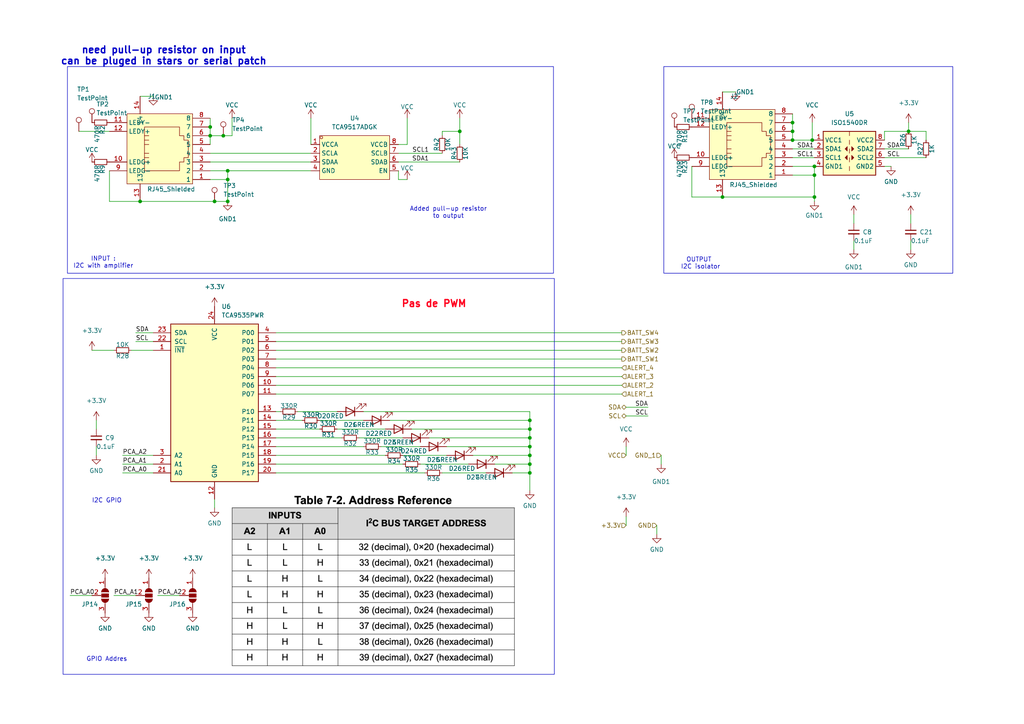
<source format=kicad_sch>
(kicad_sch (version 20231120) (generator "eeschema") (generator_version "8.0")
  (paper "A4")
  (lib_symbols
    (symbol "Connector:TestPoint" (pin_numbers hide) (pin_names (offset 0.762) hide)
      (property "Reference" "TP" (at 0 6.858 0))
      (property "Value" "TestPoint" (at 0 5.08 0))
      (symbol "TestPoint_0_1"
        (circle (center 0 3.302) (radius 0.762))
      )
      (symbol "TestPoint_1_1"
        (pin passive line (at 0 0 90) (length 2.54) (name "1") (number "1"))
      )
    )
    (symbol "Device:C_Small" (pin_numbers hide) (pin_names (offset 0.254) hide)
      (property "Reference" "C" (at 0.254 1.778 0))
      (property "Value" "C_Small" (at 0.254 -2.032 0))
      (symbol "C_Small_0_1"
        (polyline (pts (xy -1.524 -0.508) (xy 1.524 -0.508)) (stroke (width 0.3302)))
        (polyline (pts (xy -1.524 0.508) (xy 1.524 0.508)) (stroke (width 0.3048)))
      )
      (symbol "C_Small_1_1"
        (pin passive line (at 0 2.54 270) (length 2.032) (name "~") (number "1"))
        (pin passive line (at 0 -2.54 90) (length 2.032) (name "~") (number "2"))
      )
    )
    (symbol "Device:LED" (pin_numbers hide) (pin_names (offset 1.016) hide)
      (property "Reference" "D" (at 0 2.54 0))
      (property "Value" "LED" (at 0 -2.54 0))
      (symbol "LED_0_1"
        (polyline (pts (xy -1.27 -1.27) (xy -1.27 1.27)) (stroke (width 0.254)))
        (polyline (pts (xy -1.27 0) (xy 1.27 0)))
        (polyline (pts (xy 1.27 -1.27) (xy 1.27 1.27) (xy -1.27 0) (xy 1.27 -1.27)) (stroke (width 0.254)))
        (polyline (pts (xy -3.048 -0.762) (xy -4.572 -2.286) (xy -3.81 -2.286) (xy -4.572 -2.286) (xy -4.572 -1.524)))
        (polyline (pts (xy -1.778 -0.762) (xy -3.302 -2.286) (xy -2.54 -2.286) (xy -3.302 -2.286) (xy -3.302 -1.524)))
      )
      (symbol "LED_1_1"
        (pin passive line (at -3.81 0 0) (length 2.54) (name "K") (number "1"))
        (pin passive line (at 3.81 0 180) (length 2.54) (name "A") (number "2"))
      )
    )
    (symbol "Device:R_Small" (pin_numbers hide) (pin_names (offset 0.254) hide)
      (property "Reference" "R" (at 0.762 0.508 0))
      (property "Value" "R_Small" (at 0.762 -1.016 0))
      (symbol "R_Small_0_1"
        (rectangle (start -0.762 1.778) (end 0.762 -1.778) (stroke (width 0.2032)))
      )
      (symbol "R_Small_1_1"
        (pin passive line (at 0 2.54 270) (length 0.762) (name "~") (number "1"))
        (pin passive line (at 0 -2.54 90) (length 0.762) (name "~") (number "2"))
      )
    )
    (symbol "Interface_Expansion:TCA9535PWR" (pin_names (offset 1.016))
      (property "Reference" "U" (at -11.43 24.13 0))
      (property "Value" "TCA9535PWR" (at 0 0 0))
      (symbol "TCA9535PWR_0_1"
        (rectangle (start -12.7 22.86) (end 12.7 -22.86) (stroke (width 0.254)) (fill (type background)))
      )
      (symbol "TCA9535PWR_1_1"
        (pin open_collector line (at -17.78 15.24 0) (length 5.08) (name "~{INT}") (number "1"))
        (pin bidirectional line (at 17.78 5.08 180) (length 5.08) (name "P06") (number "10"))
        (pin bidirectional line (at 17.78 2.54 180) (length 5.08) (name "P07") (number "11"))
        (pin power_in line (at 0 -27.94 90) (length 5.08) (name "GND") (number "12"))
        (pin bidirectional line (at 17.78 -2.54 180) (length 5.08) (name "P10") (number "13"))
        (pin bidirectional line (at 17.78 -5.08 180) (length 5.08) (name "P11") (number "14"))
        (pin bidirectional line (at 17.78 -7.62 180) (length 5.08) (name "P12") (number "15"))
        (pin bidirectional line (at 17.78 -10.16 180) (length 5.08) (name "P13") (number "16"))
        (pin bidirectional line (at 17.78 -12.7 180) (length 5.08) (name "P14") (number "17"))
        (pin bidirectional line (at 17.78 -15.24 180) (length 5.08) (name "P15") (number "18"))
        (pin bidirectional line (at 17.78 -17.78 180) (length 5.08) (name "P16") (number "19"))
        (pin input line (at -17.78 -17.78 0) (length 5.08) (name "A1") (number "2"))
        (pin bidirectional line (at 17.78 -20.32 180) (length 5.08) (name "P17") (number "20"))
        (pin input line (at -17.78 -20.32 0) (length 5.08) (name "A0") (number "21"))
        (pin input line (at -17.78 17.78 0) (length 5.08) (name "SCL") (number "22"))
        (pin bidirectional line (at -17.78 20.32 0) (length 5.08) (name "SDA") (number "23"))
        (pin power_in line (at 0 27.94 270) (length 5.08) (name "VCC") (number "24"))
        (pin input line (at -17.78 -15.24 0) (length 5.08) (name "A2") (number "3"))
        (pin bidirectional line (at 17.78 20.32 180) (length 5.08) (name "P00") (number "4"))
        (pin bidirectional line (at 17.78 17.78 180) (length 5.08) (name "P01") (number "5"))
        (pin bidirectional line (at 17.78 15.24 180) (length 5.08) (name "P02") (number "6"))
        (pin bidirectional line (at 17.78 12.7 180) (length 5.08) (name "P03") (number "7"))
        (pin bidirectional line (at 17.78 10.16 180) (length 5.08) (name "P04") (number "8"))
        (pin bidirectional line (at 17.78 7.62 180) (length 5.08) (name "P05") (number "9"))
      )
    )
    (symbol "Isolator:ISO1540"
      (property "Reference" "U" (at -6.35 6.35 0))
      (property "Value" "ISO1540" (at 3.81 6.35 0))
      (symbol "ISO1540_0_1"
        (rectangle (start -7.62 5.08) (end 7.62 -7.62) (stroke (width 0.254)) (fill (type background)))
        (rectangle (start 0 -5.08) (end 0 -6.35))
        (polyline (pts (xy 0 -2.54) (xy 0 -3.81)))
        (polyline (pts (xy 0 0) (xy 0 -1.27)))
        (polyline (pts (xy 0 2.54) (xy 0 1.27)))
        (polyline (pts (xy 0 5.08) (xy 0 3.81)))
        (polyline (pts (xy -0.635 0.635) (xy -1.27 0) (xy -0.635 -0.635) (xy -0.635 0.635)) (fill (type outline)))
        (polyline (pts (xy 0.635 -1.905) (xy 1.27 -2.54) (xy 0.635 -3.175) (xy 0.635 -1.905)) (fill (type outline)))
        (polyline (pts (xy 0.635 0.635) (xy 1.27 0) (xy 0.635 -0.635) (xy 0.635 0.635)) (fill (type outline)))
      )
      (symbol "ISO1540_1_1"
        (polyline (pts (xy -0.635 -1.905) (xy -1.27 -2.54) (xy -0.635 -3.175) (xy -0.635 -1.905)) (fill (type outline)))
        (pin power_in line (at -10.16 2.54 0) (length 2.54) (name "VCC1") (number "1"))
        (pin bidirectional line (at -10.16 0 0) (length 2.54) (name "SDA1") (number "2"))
        (pin bidirectional line (at -10.16 -2.54 0) (length 2.54) (name "SCL1") (number "3"))
        (pin power_in line (at -10.16 -5.08 0) (length 2.54) (name "GND1") (number "4"))
        (pin power_in line (at 10.16 -5.08 180) (length 2.54) (name "GND2") (number "5"))
        (pin bidirectional line (at 10.16 -2.54 180) (length 2.54) (name "SCL2") (number "6"))
        (pin bidirectional line (at 10.16 0 180) (length 2.54) (name "SDA2") (number "7"))
        (pin power_in line (at 10.16 2.54 180) (length 2.54) (name "VCC2") (number "8"))
      )
    )
    (symbol "Jumper:SolderJumper_3_Open" (pin_names (offset 0) hide)
      (property "Reference" "JP" (at -2.54 -2.54 0))
      (property "Value" "SolderJumper_3_Open" (at 0 2.794 0))
      (symbol "SolderJumper_3_Open_0_1"
        (arc (start -1.016 1.016) (mid -2.0276 0) (end -1.016 -1.016))
        (arc (start -1.016 1.016) (mid -2.0276 0) (end -1.016 -1.016) (fill (type outline)))
        (rectangle (start -0.508 1.016) (end 0.508 -1.016) (fill (type outline)))
        (polyline (pts (xy -2.54 0) (xy -2.032 0)))
        (polyline (pts (xy -1.016 1.016) (xy -1.016 -1.016)))
        (polyline (pts (xy 0 -1.27) (xy 0 -1.016)))
        (polyline (pts (xy 1.016 1.016) (xy 1.016 -1.016)))
        (polyline (pts (xy 2.54 0) (xy 2.032 0)))
        (arc (start 1.016 -1.016) (mid 2.0276 0) (end 1.016 1.016))
        (arc (start 1.016 -1.016) (mid 2.0276 0) (end 1.016 1.016) (fill (type outline)))
      )
      (symbol "SolderJumper_3_Open_1_1"
        (pin passive line (at -5.08 0 0) (length 2.54) (name "A") (number "1"))
        (pin passive line (at 0 -3.81 90) (length 2.54) (name "C") (number "2"))
        (pin passive line (at 5.08 0 180) (length 2.54) (name "B") (number "3"))
      )
    )
    (symbol "easyeda2kicad:RC01061"
      (property "Reference" "RJ" (at 0 20.32 0))
      (property "Value" "RC01061" (at 0 -19.05 0))
      (symbol "RC01061_0_1"
        (rectangle (start -10.16 10.16) (end 10.16 -8.89) (fill (type background)))
        (polyline (pts (xy -3.81 5.08) (xy -3.81 3.81) (xy -3.81 3.81)))
        (polyline (pts (xy -2.54 5.08) (xy -2.54 3.81) (xy -2.54 3.81)))
        (polyline (pts (xy -1.27 5.08) (xy -1.27 3.81) (xy -1.27 3.81)))
        (polyline (pts (xy 1.27 5.08) (xy 1.27 3.81) (xy 1.27 3.81)))
        (polyline (pts (xy 2.54 5.08) (xy 2.54 3.81) (xy 2.54 3.81)))
        (polyline (pts (xy 3.81 5.08) (xy 3.81 3.81) (xy 3.81 3.81)))
        (polyline (pts (xy 6.35 5.08) (xy -6.35 5.08) (xy -6.35 -5.08) (xy -3.81 -5.08) (xy -3.81 -6.35) (xy -2.54 -6.35) (xy -2.54 -6.35) (xy -2.54 -7.62) (xy 2.54 -7.62) (xy 2.54 -6.35) (xy 3.81 -6.35) (xy 3.81 -5.08) (xy 6.35 -5.08) (xy 6.35 5.08) (xy 6.35 3.81)))
        (pin unspecified line (at -8.89 -13.97 90) (length 5.08) (name "1") (number "1"))
        (pin unspecified line (at -3.81 15.24 270) (length 5.08) (name "LEDG+") (number "10"))
        (pin unspecified line (at 7.62 15.24 270) (length 5.08) (name "LEDY-") (number "11"))
        (pin unspecified line (at 5.08 15.24 270) (length 5.08) (name "LEDY+") (number "12"))
        (pin unspecified line (at -15.24 6.35 0) (length 5.08) (name "13") (number "13"))
        (pin unspecified line (at 15.24 6.35 180) (length 5.08) (name "14") (number "14"))
        (pin unspecified line (at -6.35 -13.97 90) (length 5.08) (name "2") (number "2"))
        (pin unspecified line (at -3.81 -13.97 90) (length 5.08) (name "3") (number "3"))
        (pin unspecified line (at -1.27 -13.97 90) (length 5.08) (name "4") (number "4"))
        (pin unspecified line (at 1.27 -13.97 90) (length 5.08) (name "5") (number "5"))
        (pin unspecified line (at 3.81 -13.97 90) (length 5.08) (name "6") (number "6"))
        (pin unspecified line (at 6.35 -13.97 90) (length 5.08) (name "7") (number "7"))
        (pin unspecified line (at 8.89 -13.97 90) (length 5.08) (name "8") (number "8"))
        (pin unspecified line (at -6.35 15.24 270) (length 5.08) (name "LEDG-") (number "9"))
      )
    )
    (symbol "easyeda2kicad:TCA9517ADGKR"
      (property "Reference" "U" (at 0 8.89 0))
      (property "Value" "TCA9517ADGKR" (at 0 -8.89 0))
      (symbol "TCA9517ADGKR_0_1"
        (rectangle (start -10.16 6.35) (end 10.16 -6.35) (fill (type background)))
        (circle (center -9.65 5.84) (radius 0.38))
        (pin unspecified line (at -12.7 3.81 0) (length 2.54) (name "VCCA") (number "1"))
        (pin unspecified line (at -12.7 1.27 0) (length 2.54) (name "SCLA") (number "2"))
        (pin unspecified line (at -12.7 -1.27 0) (length 2.54) (name "SDAA") (number "3"))
        (pin unspecified line (at -12.7 -3.81 0) (length 2.54) (name "GND") (number "4"))
        (pin unspecified line (at 12.7 -3.81 180) (length 2.54) (name "EN") (number "5"))
        (pin unspecified line (at 12.7 -1.27 180) (length 2.54) (name "SDAB") (number "6"))
        (pin unspecified line (at 12.7 1.27 180) (length 2.54) (name "SCLB") (number "7"))
        (pin unspecified line (at 12.7 3.81 180) (length 2.54) (name "VCCB") (number "8"))
      )
    )
    (symbol "power:+3.3V" (power) (pin_names (offset 0))
      (property "Value" "+3.3V" (at 0 3.556 0))
      (symbol "+3.3V_0_1"
        (polyline (pts (xy -0.762 1.27) (xy 0 2.54)))
        (polyline (pts (xy 0 0) (xy 0 2.54)))
        (polyline (pts (xy 0 2.54) (xy 0.762 1.27)))
      )
      (symbol "+3.3V_1_1"
        (pin power_in line (at 0 0 90) (length 0) hide (name "+3.3V") (number "1"))
      )
    )
    (symbol "power:GND" (power) (pin_names (offset 0))
      (property "Value" "GND" (at 0 -3.81 0))
      (symbol "GND_0_1"
        (polyline (pts (xy 0 0) (xy 0 -1.27) (xy 1.27 -1.27) (xy 0 -2.54) (xy -1.27 -1.27) (xy 0 -1.27)))
      )
      (symbol "GND_1_1"
        (pin power_in line (at 0 0 270) (length 0) hide (name "GND") (number "1"))
      )
    )
    (symbol "power:GND1" (power) (pin_names (offset 0))
      (property "Value" "GND1" (at 0 -3.81 0))
      (symbol "GND1_0_1"
        (polyline (pts (xy 0 0) (xy 0 -1.27) (xy 1.27 -1.27) (xy 0 -2.54) (xy -1.27 -1.27) (xy 0 -1.27)))
      )
      (symbol "GND1_1_1"
        (pin power_in line (at 0 0 270) (length 0) hide (name "GND1") (number "1"))
      )
    )
    (symbol "power:VCC" (power) (pin_names (offset 0))
      (property "Value" "VCC" (at 0 3.81 0))
      (symbol "VCC_0_1"
        (polyline (pts (xy -0.762 1.27) (xy 0 2.54)))
        (polyline (pts (xy 0 0) (xy 0 2.54)))
        (polyline (pts (xy 0 2.54) (xy 0.762 1.27)))
      )
      (symbol "VCC_1_1"
        (pin power_in line (at 0 0 90) (length 0) hide (name "VCC") (number "1"))
      )
    )
  )
  (junction (at 66.04 52.07))
  (junction (at 263.525 38.1))
  (junction (at 64.77 39.37))
  (junction (at 60.96 39.37))
  (junction (at 40.64 58.42))
  (junction (at 236.22 50.8))
  (junction (at 153.67 129.54))
  (junction (at 66.04 49.53))
  (junction (at 153.67 132.08))
  (junction (at 229.87 40.64))
  (junction (at 60.96 36.83))
  (junction (at 133.35 38.1))
  (junction (at 66.04 58.42))
  (junction (at 153.67 127))
  (junction (at 235.585 40.64))
  (junction (at 229.87 35.56))
  (junction (at 153.67 134.62))
  (junction (at 62.23 58.42))
  (junction (at 153.67 137.16))
  (junction (at 209.55 57.15))
  (junction (at 153.67 121.92))
  (junction (at 236.22 48.26))
  (junction (at 229.87 38.1))
  (junction (at 153.67 124.46))
  (junction (at 236.22 57.15))
  (wire (pts (xy 153.67 129.54) (xy 153.67 127)))
  (wire (pts (xy 35.56 137.16) (xy 44.45 137.16)))
  (wire (pts (xy 143.51 134.62) (xy 153.67 134.62)))
  (wire (pts (xy 153.67 121.92) (xy 153.67 119.38)))
  (wire (pts (xy 115.57 52.07) (xy 118.11 52.07)))
  (wire (pts (xy 80.01 114.3) (xy 180.34 114.3)))
  (wire (pts (xy 66.04 49.53) (xy 66.04 52.07)))
  (wire (pts (xy 22.86 38.1) (xy 31.75 38.1)))
  (wire (pts (xy 256.54 38.1) (xy 263.525 38.1)))
  (wire (pts (xy 181.61 118.11) (xy 187.96 118.11)))
  (wire (pts (xy 27.94 121.92) (xy 27.94 124.46)))
  (wire (pts (xy 80.01 106.68) (xy 180.34 106.68)))
  (wire (pts (xy 39.37 99.06) (xy 44.45 99.06)))
  (wire (pts (xy 20.32 172.72) (xy 26.67 172.72)))
  (wire (pts (xy 153.67 134.62) (xy 153.67 132.08)))
  (wire (pts (xy 229.87 35.56) (xy 229.87 38.1)))
  (wire (pts (xy 236.22 40.64) (xy 235.585 40.64)))
  (wire (pts (xy 153.67 127) (xy 124.46 127)))
  (wire (pts (xy 229.87 45.72) (xy 236.22 45.72)))
  (wire (pts (xy 181.61 120.65) (xy 187.96 120.65)))
  (wire (pts (xy 86.36 119.38) (xy 97.79 119.38)))
  (wire (pts (xy 31.75 58.42) (xy 40.64 58.42)))
  (wire (pts (xy 26.67 101.6) (xy 33.02 101.6)))
  (wire (pts (xy 200.66 57.15) (xy 209.55 57.15)))
  (wire (pts (xy 60.96 46.99) (xy 90.17 46.99)))
  (wire (pts (xy 92.71 124.46) (xy 80.01 124.46)))
  (wire (pts (xy 35.56 132.08) (xy 44.45 132.08)))
  (wire (pts (xy 62.23 147.32) (xy 62.23 144.78)))
  (wire (pts (xy 148.59 137.16) (xy 153.67 137.16)))
  (wire (pts (xy 40.64 58.42) (xy 62.23 58.42)))
  (wire (pts (xy 105.41 121.92) (xy 92.71 121.92)))
  (wire (pts (xy 90.17 49.53) (xy 66.04 49.53)))
  (wire (pts (xy 80.01 134.62) (xy 116.84 134.62)))
  (wire (pts (xy 137.16 132.08) (xy 153.67 132.08)))
  (wire (pts (xy 133.35 38.1) (xy 128.27 38.1)))
  (wire (pts (xy 268.605 38.1) (xy 263.525 38.1)))
  (wire (pts (xy 44.45 27.94) (xy 40.64 27.94)))
  (wire (pts (xy 39.37 96.52) (xy 44.45 96.52)))
  (wire (pts (xy 229.87 40.64) (xy 235.585 40.64)))
  (wire (pts (xy 268.605 40.64) (xy 268.605 38.1)))
  (wire (pts (xy 90.17 34.29) (xy 90.17 41.91)))
  (wire (pts (xy 229.87 50.8) (xy 236.22 50.8)))
  (wire (pts (xy 209.55 57.15) (xy 236.22 57.15)))
  (wire (pts (xy 64.77 39.37) (xy 67.31 39.37)))
  (wire (pts (xy 263.525 35.56) (xy 263.525 38.1)))
  (wire (pts (xy 80.01 111.76) (xy 180.34 111.76)))
  (wire (pts (xy 256.54 48.26) (xy 258.445 48.26)))
  (wire (pts (xy 235.585 35.56) (xy 235.585 40.64)))
  (wire (pts (xy 80.01 132.08) (xy 111.76 132.08)))
  (wire (pts (xy 118.11 41.91) (xy 115.57 41.91)))
  (wire (pts (xy 111.76 124.46) (xy 97.79 124.46)))
  (wire (pts (xy 35.56 134.62) (xy 44.45 134.62)))
  (wire (pts (xy 60.96 34.29) (xy 60.96 36.83)))
  (wire (pts (xy 60.96 36.83) (xy 60.96 39.37)))
  (wire (pts (xy 133.35 41.91) (xy 133.35 38.1)))
  (wire (pts (xy 229.87 33.02) (xy 229.87 35.56)))
  (wire (pts (xy 129.54 132.08) (xy 116.84 132.08)))
  (wire (pts (xy 191.77 134.62) (xy 191.77 132.08)))
  (wire (pts (xy 60.96 44.45) (xy 90.17 44.45)))
  (wire (pts (xy 153.67 127) (xy 153.67 124.46)))
  (wire (pts (xy 135.89 134.62) (xy 121.92 134.62)))
  (wire (pts (xy 31.75 49.53) (xy 31.75 58.42)))
  (wire (pts (xy 153.67 119.38) (xy 105.41 119.38)))
  (wire (pts (xy 38.1 101.6) (xy 44.45 101.6)))
  (wire (pts (xy 87.63 121.92) (xy 80.01 121.92)))
  (wire (pts (xy 263.525 43.18) (xy 256.54 43.18)))
  (wire (pts (xy 80.01 96.52) (xy 180.34 96.52)))
  (wire (pts (xy 128.27 38.1) (xy 128.27 39.37)))
  (wire (pts (xy 236.22 48.26) (xy 236.22 50.8)))
  (wire (pts (xy 116.84 127) (xy 104.14 127)))
  (wire (pts (xy 200.66 48.26) (xy 200.66 57.15)))
  (wire (pts (xy 80.01 99.06) (xy 180.34 99.06)))
  (wire (pts (xy 118.11 34.29) (xy 118.11 41.91)))
  (wire (pts (xy 236.22 58.42) (xy 236.22 57.15)))
  (wire (pts (xy 115.57 49.53) (xy 115.57 52.07)))
  (wire (pts (xy 62.23 58.42) (xy 66.04 58.42)))
  (wire (pts (xy 153.67 132.08) (xy 153.67 129.54)))
  (wire (pts (xy 229.87 43.18) (xy 236.22 43.18)))
  (wire (pts (xy 80.01 109.22) (xy 180.34 109.22)))
  (wire (pts (xy 33.02 172.72) (xy 39.37 172.72)))
  (wire (pts (xy 181.61 129.54) (xy 181.61 132.08)))
  (wire (pts (xy 213.36 26.67) (xy 209.55 26.67)))
  (wire (pts (xy 190.5 154.94) (xy 190.5 152.4)))
  (wire (pts (xy 256.54 40.64) (xy 256.54 38.1)))
  (wire (pts (xy 264.16 62.23) (xy 264.16 64.77)))
  (wire (pts (xy 133.35 46.99) (xy 115.57 46.99)))
  (wire (pts (xy 81.28 119.38) (xy 80.01 119.38)))
  (wire (pts (xy 99.06 127) (xy 80.01 127)))
  (wire (pts (xy 45.72 172.72) (xy 52.07 172.72)))
  (wire (pts (xy 181.61 149.86) (xy 181.61 152.4)))
  (wire (pts (xy 67.31 34.29) (xy 67.31 39.37)))
  (wire (pts (xy 60.96 49.53) (xy 66.04 49.53)))
  (wire (pts (xy 27.94 132.08) (xy 27.94 129.54)))
  (wire (pts (xy 153.67 137.16) (xy 153.67 134.62)))
  (wire (pts (xy 113.03 121.92) (xy 153.67 121.92)))
  (wire (pts (xy 140.97 137.16) (xy 128.27 137.16)))
  (wire (pts (xy 247.65 62.23) (xy 247.65 64.77)))
  (wire (pts (xy 247.65 72.39) (xy 247.65 69.85)))
  (wire (pts (xy 229.87 38.1) (xy 229.87 40.64)))
  (wire (pts (xy 236.22 50.8) (xy 236.22 57.15)))
  (wire (pts (xy 80.01 101.6) (xy 180.34 101.6)))
  (wire (pts (xy 229.87 48.26) (xy 236.22 48.26)))
  (wire (pts (xy 153.67 124.46) (xy 119.38 124.46)))
  (wire (pts (xy 60.96 39.37) (xy 64.77 39.37)))
  (wire (pts (xy 60.96 39.37) (xy 60.96 41.91)))
  (wire (pts (xy 128.27 44.45) (xy 115.57 44.45)))
  (wire (pts (xy 153.67 124.46) (xy 153.67 121.92)))
  (wire (pts (xy 133.35 34.29) (xy 133.35 38.1)))
  (wire (pts (xy 153.67 142.24) (xy 153.67 137.16)))
  (wire (pts (xy 110.49 129.54) (xy 121.92 129.54)))
  (wire (pts (xy 80.01 104.14) (xy 180.34 104.14)))
  (wire (pts (xy 60.96 52.07) (xy 66.04 52.07)))
  (wire (pts (xy 129.54 129.54) (xy 153.67 129.54)))
  (wire (pts (xy 66.04 52.07) (xy 66.04 58.42)))
  (wire (pts (xy 80.01 129.54) (xy 105.41 129.54)))
  (wire (pts (xy 264.16 72.39) (xy 264.16 69.85)))
  (wire (pts (xy 80.01 137.16) (xy 123.19 137.16)))
  (wire (pts (xy 268.605 45.72) (xy 256.54 45.72)))
  (rectangle (start 192.532 19.304) (end 276.352 79.248))
  (rectangle (start 19.558 19.304) (end 160.528 79.248))
  (rectangle (start 18.288 80.772) (end 160.782 195.58))
  (image (at 108.204 167.64) (scale 0.42318))
  (text "INPUT :\nI2C with amplifier" (at 29.972 76.2 0) (effects (font (size 1.27 1.27))))
  (text "I2C GPIO" (at 30.988 145.288 0) (effects (font (size 1.27 1.27))))
  (text "OUTPUT \nI2C isolator" (at 203.2 76.454 0) (effects (font (size 1.27 1.27))))
  (text "Pas de PWM" (at 116.332 89.408 0) (effects (font (size 2 2) (thickness 0.4) (bold yes)) (justify left bottom)))
  (text "Added pull-up resistor\nto output" (at 130.048 61.722 0) (effects (font (size 1.27 1.27))))
  (text "GPIO Addres" (at 30.988 191.262 0) (effects (font (size 1.27 1.27))))
  (text "need pull-up resistor on input\ncan be pluged in stars or serial patch" (at 47.498 16.256 0) (effects (font (size 2 2) (thickness 0.4) (bold yes))))
  (label "PCA_A1" (at 33.02 172.72 0))
  (label "SDA" (at 39.37 96.52 0))
  (label "SCL1" (at 124.46 44.45 180))
  (label "SCL" (at 187.96 120.65 180))
  (label "PCA_A0" (at 35.56 137.16 0))
  (label "SCL1" (at 231.14 45.72 0))
  (label "SDA" (at 187.96 118.11 180))
  (label "SDA1" (at 231.14 43.18 0))
  (label "SDA" (at 260.985 43.18 180))
  (label "SCL" (at 39.37 99.06 0))
  (label "SDA1" (at 124.46 46.99 180))
  (label "PCA_A0" (at 20.32 172.72 0))
  (label "PCA_A2" (at 35.56 132.08 0))
  (label "SCL" (at 260.985 45.72 180))
  (label "PCA_A2" (at 45.72 172.72 0))
  (label "PCA_A1" (at 35.56 134.62 0))
  (hierarchical_label "ALERT_4" (shape input) (at 180.34 106.68 0))
  (hierarchical_label "ALERT_2" (shape input) (at 180.34 111.76 0))
  (hierarchical_label "+3.3V" (shape input) (at 181.61 152.4 180))
  (hierarchical_label "GND_1" (shape input) (at 191.77 132.08 180))
  (hierarchical_label "SDA" (shape bidirectional) (at 181.61 118.11 180))
  (hierarchical_label "BATT_SW2" (shape output) (at 180.34 101.6 0))
  (hierarchical_label "BATT_SW1" (shape output) (at 180.34 104.14 0))
  (hierarchical_label "GND" (shape input) (at 190.5 152.4 180))
  (hierarchical_label "SCL" (shape bidirectional) (at 181.61 120.65 180))
  (hierarchical_label "BATT_SW4" (shape output) (at 180.34 96.52 0))
  (hierarchical_label "ALERT_3" (shape input) (at 180.34 109.22 0))
  (hierarchical_label "ALERT_1" (shape input) (at 180.34 114.3 0))
  (hierarchical_label "VCC" (shape input) (at 181.61 132.08 180))
  (hierarchical_label "BATT_SW3" (shape output) (at 180.34 99.06 0))
  (symbol (lib_id "Device:R_Small") (at 263.525 40.64 180) (unit 1)
    (property "Reference" "R26" (at 261.874 40.64 90))
    (property "Value" "1K" (at 265.176 40.64 90))
    (property "Footprint" "Resistor_SMD:R_0603_1608Metric" (effects (hide yes)))
  )
  (symbol (lib_id "power:VCC") (at 195.58 45.72 0) (unit 1)
    (property "Reference" "#PWR059" (effects (hide yes)))
    (property "Value" "VCC" (at 195.58 42.418 0))
  )
  (symbol (lib_id "Connector:TestPoint") (at 200.66 34.29 0) (unit 1)
    (property "Reference" "TP8" (at 203.2 29.7179 0) (effects (justify left)))
    (property "Value" "TestPoint" (at 203.2 32.2579 0) (effects (justify left)))
    (property "Description" "test point" (effects (hide yes)))
  )
  (symbol (lib_id "power:+3.3V") (at 264.16 62.23 0) (unit 1)
    (property "Reference" "#PWR085" (effects (hide yes)))
    (property "Value" "+3.3V" (at 264.16 56.515 0))
  )
  (symbol (lib_id "Device:C_Small") (at 27.94 127 0) (unit 1)
    (property "Reference" "C9" (at 30.48 127 0) (effects (justify left)))
    (property "Value" "0.1uF" (at 27.94 129.54 0) (effects (justify left)))
    (property "Footprint" "Capacitor_SMD:C_0402_1005Metric" (effects (hide yes)))
    (property "LCSC" "C307331" (effects (hide yes)))
  )
  (symbol (lib_id "power:GND") (at 55.88 177.8 0) (unit 1)
    (property "Reference" "#PWR079" (effects (hide yes)))
    (property "Value" "GND" (at 55.88 182.245 0))
  )
  (symbol (lib_id "power:GND") (at 190.5 154.94 0) (unit 1)
    (property "Reference" "#PWR091" (effects (hide yes)))
    (property "Value" "GND" (at 190.5 159.385 0))
  )
  (symbol (lib_id "power:VCC") (at 26.67 46.99 0) (unit 1)
    (property "Reference" "#PWR015" (effects (hide yes)))
    (property "Value" "VCC" (at 26.67 43.434 0))
  )
  (symbol (lib_id "Device:R_Small") (at 198.12 45.72 270) (unit 1)
    (property "Reference" "R23" (at 198.628 46.482 0) (effects (justify left)))
    (property "Value" "470R" (at 197.104 46.482 0) (effects (justify left)))
    (property "Footprint" "Resistor_SMD:R_0603_1608Metric" (effects (hide yes)))
  )
  (symbol (lib_id "power:GND") (at 264.16 72.39 0) (unit 1)
    (property "Reference" "#PWR087" (effects (hide yes)))
    (property "Value" "GND" (at 264.16 76.835 0))
  )
  (symbol (lib_id "Device:LED") (at 120.65 127 180) (unit 1)
    (property "Reference" "D23" (at 113.03 128.27 0))
    (property "Value" "GREEN" (at 116.84 128.27 0))
    (property "Footprint" "LED_SMD:LED_0603_1608Metric" (effects (hide yes)))
  )
  (symbol (lib_id "Jumper:SolderJumper_3_Open") (at 55.88 172.72 270) (unit 1)
    (property "Reference" "JP16" (at 49.022 175.26 90) (effects (justify left)))
    (property "Value" "SolderJumper_3_Open" (effects (hide yes)))
    (property "Footprint" "Jumper:SolderJumper-3_P1.3mm_Open_RoundedPad1.0x1.5mm_NumberLabels" (effects (hide yes)))
  )
  (symbol (lib_id "Device:R_Small") (at 29.21 46.99 270) (unit 1)
    (property "Reference" "R9" (at 29.718 47.752 0) (effects (justify left)))
    (property "Value" "470R" (at 28.194 47.752 0) (effects (justify left)))
    (property "Footprint" "Resistor_SMD:R_0603_1608Metric" (effects (hide yes)))
  )
  (symbol (lib_id "Device:LED") (at 133.35 132.08 180) (unit 1)
    (property "Reference" "D25" (at 125.73 133.35 0))
    (property "Value" "GREEN" (at 129.54 133.35 0))
    (property "Footprint" "LED_SMD:LED_0603_1608Metric" (effects (hide yes)))
  )
  (symbol (lib_id "power:+3.3V") (at 26.67 101.6 0) (unit 1)
    (property "Reference" "#PWR070" (effects (hide yes)))
    (property "Value" "+3.3V" (at 26.67 95.885 0))
  )
  (symbol (lib_id "Device:R_Small") (at 133.35 44.45 180) (unit 1)
    (property "Reference" "R43" (at 131.699 44.45 90))
    (property "Value" "10K" (at 135.001 44.45 90))
    (property "Footprint" "Resistor_SMD:R_0603_1608Metric" (effects (hide yes)))
  )
  (symbol (lib_id "Device:R_Small") (at 128.27 41.91 180) (unit 1)
    (property "Reference" "R42" (at 126.619 41.91 90))
    (property "Value" "10K" (at 129.921 41.91 90))
    (property "Footprint" "Resistor_SMD:R_0603_1608Metric" (effects (hide yes)))
  )
  (symbol (lib_id "Device:R_Small") (at 114.3 132.08 270) (unit 1)
    (property "Reference" "R34" (at 114.3 133.731 90))
    (property "Value" "330R" (at 114.3 130.429 90))
    (property "Footprint" "Resistor_SMD:R_0603_1608Metric" (effects (hide yes)))
  )
  (symbol (lib_id "Connector:TestPoint") (at 26.67 35.56 0) (unit 1)
    (property "Reference" "TP2" (at 27.94 30.226 0) (effects (justify left)))
    (property "Value" "TestPoint" (at 27.94 32.766 0) (effects (justify left)))
    (property "Description" "test point" (effects (hide yes)))
  )
  (symbol (lib_id "Device:R_Small") (at 90.17 121.92 270) (unit 1)
    (property "Reference" "R30" (at 90.17 123.571 90))
    (property "Value" "330R" (at 90.17 120.269 90))
    (property "Footprint" "Resistor_SMD:R_0603_1608Metric" (effects (hide yes)))
  )
  (symbol (lib_id "Device:R_Small") (at 35.56 101.6 270) (unit 1)
    (property "Reference" "R28" (at 35.56 103.251 90))
    (property "Value" "10K" (at 35.56 99.949 90))
    (property "Footprint" "Resistor_SMD:R_0603_1608Metric" (effects (hide yes)))
  )
  (symbol (lib_id "power:GND1") (at 236.22 58.42 0) (unit 1)
    (property "Reference" "#PWR062" (effects (hide yes)))
    (property "Value" "GND1" (at 236.22 62.484 0))
  )
  (symbol (lib_id "Device:R_Small") (at 125.73 137.16 270) (unit 1)
    (property "Reference" "R36" (at 125.73 138.811 90))
    (property "Value" "330R" (at 125.73 135.509 90))
    (property "Footprint" "Resistor_SMD:R_0603_1608Metric" (effects (hide yes)))
  )
  (symbol (lib_id "Device:C_Small") (at 247.65 67.31 0) (unit 1)
    (property "Reference" "C8" (at 250.19 67.31 0) (effects (justify left)))
    (property "Value" "0.1uF" (at 247.65 69.85 0) (effects (justify left)))
    (property "Footprint" "Capacitor_SMD:C_0402_1005Metric" (effects (hide yes)))
    (property "Description" "C307331" (effects (hide yes)))
    (property "LCSC" "C307331" (effects (hide yes)))
  )
  (symbol (lib_id "power:GND1") (at 191.77 134.62 0) (unit 1)
    (property "Reference" "#PWR089" (effects (hide yes)))
    (property "Value" "GND1" (at 191.77 139.7 0))
  )
  (symbol (lib_id "power:GND") (at 153.67 142.24 0) (unit 1)
    (property "Reference" "#PWR073" (effects (hide yes)))
    (property "Value" "GND" (at 153.67 146.685 0))
  )
  (symbol (lib_id "power:VCC") (at 181.61 129.54 0) (unit 1)
    (property "Reference" "#PWR088" (effects (hide yes)))
    (property "Value" "VCC" (at 181.61 124.46 0))
  )
  (symbol (lib_id "power:GND") (at 62.23 147.32 0) (unit 1)
    (property "Reference" "#PWR072" (effects (hide yes)))
    (property "Value" "GND" (at 62.23 151.765 0))
  )
  (symbol (lib_id "Device:R_Small") (at 95.25 124.46 270) (unit 1)
    (property "Reference" "R31" (at 95.25 126.111 90))
    (property "Value" "330R" (at 95.25 122.809 90))
    (property "Footprint" "Resistor_SMD:R_0603_1608Metric" (effects (hide yes)))
  )
  (symbol (lib_id "Device:R_Small") (at 107.95 129.54 270) (unit 1)
    (property "Reference" "R33" (at 107.95 131.191 90))
    (property "Value" "330R" (at 107.95 127.889 90))
    (property "Footprint" "Resistor_SMD:R_0603_1608Metric" (effects (hide yes)))
  )
  (symbol (lib_id "Device:R_Small") (at 119.38 134.62 270) (unit 1)
    (property "Reference" "R35" (at 119.38 136.271 90))
    (property "Value" "330R" (at 119.38 132.969 90))
    (property "Footprint" "Resistor_SMD:R_0603_1608Metric" (effects (hide yes)))
  )
  (symbol (lib_id "power:GND") (at 43.18 177.8 0) (unit 1)
    (property "Reference" "#PWR077" (effects (hide yes)))
    (property "Value" "GND" (at 43.18 182.245 0))
  )
  (symbol (lib_id "Device:R_Small") (at 29.21 35.56 270) (unit 1)
    (property "Reference" "R2" (at 29.718 36.322 0) (effects (justify left)))
    (property "Value" "470R" (at 28.194 36.322 0) (effects (justify left)))
    (property "Footprint" "Resistor_SMD:R_0603_1608Metric" (effects (hide yes)))
  )
  (symbol (lib_id "power:+3.3V") (at 30.48 167.64 0) (unit 1)
    (property "Reference" "#PWR074" (effects (hide yes)))
    (property "Value" "+3.3V" (at 30.48 161.925 0))
  )
  (symbol (lib_id "Device:R_Small") (at 268.605 43.18 180) (unit 1)
    (property "Reference" "R27" (at 266.954 43.18 90))
    (property "Value" "1K" (at 270.256 43.18 90))
    (property "Footprint" "Resistor_SMD:R_0603_1608Metric" (effects (hide yes)))
  )
  (symbol (lib_id "Device:LED") (at 101.6 119.38 180) (unit 1)
    (property "Reference" "D20" (at 93.98 120.65 0))
    (property "Value" "RED" (at 97.79 120.65 0))
    (property "Footprint" "LED_SMD:LED_0603_1608Metric" (effects (hide yes)))
  )
  (symbol (lib_id "power:+3.3V") (at 43.18 167.64 0) (unit 1)
    (property "Reference" "#PWR076" (effects (hide yes)))
    (property "Value" "+3.3V" (at 43.18 161.925 0))
  )
  (symbol (lib_id "Device:R_Small") (at 101.6 127 270) (unit 1)
    (property "Reference" "R32" (at 101.6 128.651 90))
    (property "Value" "330R" (at 101.6 125.349 90))
    (property "Footprint" "Resistor_SMD:R_0603_1608Metric" (effects (hide yes)))
  )
  (symbol (lib_id "power:VCC") (at 118.11 34.29 0) (unit 1)
    (property "Reference" "#PWR057" (effects (hide yes)))
    (property "Value" "VCC" (at 118.11 30.988 0))
  )
  (symbol (lib_id "Connector:TestPoint") (at 62.23 58.42 0) (unit 1)
    (property "Reference" "TP3" (at 64.77 53.8479 0) (effects (justify left)))
    (property "Value" "TestPoint" (at 64.77 56.3879 0) (effects (justify left)))
    (property "Description" "test point" (effects (hide yes)))
  )
  (symbol (lib_id "Connector:TestPoint") (at 195.58 36.83 0) (unit 1)
    (property "Reference" "TP7" (at 198.12 32.2579 0) (effects (justify left)))
    (property "Value" "TestPoint" (at 198.12 34.7979 0) (effects (justify left)))
    (property "Description" "test point" (effects (hide yes)))
  )
  (symbol (lib_id "power:GND") (at 27.94 132.08 0) (unit 1)
    (property "Reference" "#PWR069" (effects (hide yes)))
    (property "Value" "GND" (at 27.94 136.525 0))
  )
  (symbol (lib_id "Device:LED") (at 139.7 134.62 180) (unit 1)
    (property "Reference" "D26" (at 132.08 135.89 0))
    (property "Value" "RED" (at 135.89 135.89 0))
    (property "Footprint" "LED_SMD:LED_0603_1608Metric" (effects (hide yes)))
  )
  (symbol (lib_id "power:GND1") (at 247.65 72.39 0) (unit 1)
    (property "Reference" "#PWR067" (effects (hide yes)))
    (property "Value" "GND1" (at 247.65 77.47 0))
  )
  (symbol (lib_id "Device:R_Small") (at 198.12 36.83 270) (unit 1)
    (property "Reference" "R16" (at 198.628 37.592 0) (effects (justify left)))
    (property "Value" "470R" (at 197.104 37.592 0) (effects (justify left)))
    (property "Footprint" "Resistor_SMD:R_0603_1608Metric" (effects (hide yes)))
  )
  (symbol (lib_id "power:VCC") (at 67.31 34.29 0) (unit 1)
    (property "Reference" "#PWR056" (effects (hide yes)))
    (property "Value" "VCC" (at 67.31 30.48 0))
  )
  (symbol (lib_id "Connector:TestPoint") (at 22.86 38.1 0) (unit 1)
    (property "Reference" "TP1" (at 22.352 25.908 0) (effects (justify left)))
    (property "Value" "TestPoint" (at 22.352 28.448 0) (effects (justify left)))
    (property "Description" "test point" (effects (hide yes)))
  )
  (symbol (lib_id "Device:R_Small") (at 83.82 119.38 270) (unit 1)
    (property "Reference" "R29" (at 83.82 121.031 90))
    (property "Value" "330R" (at 83.82 117.729 90))
    (property "Footprint" "Resistor_SMD:R_0603_1608Metric" (effects (hide yes)))
  )
  (symbol (lib_id "Device:LED") (at 115.57 124.46 180) (unit 1)
    (property "Reference" "D22" (at 107.95 125.73 0))
    (property "Value" "RED" (at 111.76 125.73 0))
    (property "Footprint" "LED_SMD:LED_0603_1608Metric" (effects (hide yes)))
  )
  (symbol (lib_id "power:GND1") (at 44.45 27.94 0) (unit 1)
    (property "Reference" "#PWR016" (effects (hide yes)))
    (property "Value" "GND1" (at 47.498 28.194 0))
  )
  (symbol (lib_id "Jumper:SolderJumper_3_Open") (at 30.48 172.72 270) (unit 1)
    (property "Reference" "JP14" (at 23.622 175.26 90) (effects (justify left)))
    (property "Value" "SolderJumper_3_Open" (effects (hide yes)))
    (property "Footprint" "Jumper:SolderJumper-3_P1.3mm_Open_RoundedPad1.0x1.5mm_NumberLabels" (effects (hide yes)))
  )
  (symbol (lib_id "power:GND1") (at 66.04 58.42 0) (unit 1)
    (property "Reference" "#PWR055" (effects (hide yes)))
    (property "Value" "GND1" (at 66.04 63.5 0))
  )
  (symbol (lib_id "Interface_Expansion:TCA9535PWR") (at 62.23 116.84 0) (unit 1)
    (property "Reference" "U6" (at 64.2494 88.9 0) (effects (justify left)))
    (property "Value" "TCA9535PWR" (at 64.2494 91.44 0) (effects (justify left)))
    (property "Footprint" "Package_SO:TSSOP-24_4.4x7.8mm_P0.65mm" (effects (hide yes)))
    (property "Datasheet" "http://www.ti.com/lit/ds/symlink/tca9535.pdf" (effects (hide yes)))
  )
  (symbol (lib_id "Device:C_Small") (at 264.16 67.31 0) (unit 1)
    (property "Reference" "C21" (at 266.7 67.31 0) (effects (justify left)))
    (property "Value" "0.1uF" (at 264.16 69.85 0) (effects (justify left)))
    (property "Footprint" "Capacitor_SMD:C_0402_1005Metric" (effects (hide yes)))
    (property "LCSC" "C307331" (effects (hide yes)))
  )
  (symbol (lib_id "power:VCC") (at 235.585 35.56 0) (unit 1)
    (property "Reference" "#PWR061" (effects (hide yes)))
    (property "Value" "VCC" (at 235.585 30.48 0))
  )
  (symbol (lib_id "power:+3.3V") (at 55.88 167.64 0) (unit 1)
    (property "Reference" "#PWR078" (effects (hide yes)))
    (property "Value" "+3.3V" (at 55.88 161.925 0))
  )
  (symbol (lib_id "Isolator:ISO1540") (at 246.38 43.18 0) (unit 1)
    (property "Reference" "U5" (at 246.38 33.02 0))
    (property "Value" "ISO1540DR" (at 246.38 35.56 0))
    (property "Footprint" "Package_SO:SOIC-8_3.9x4.9mm_P1.27mm" (effects (hide yes)))
    (property "Datasheet" "http://www.ti.com/lit/ds/symlink/iso1541.pdf" (effects (hide yes)))
    (property "LCSC" "C179739" (effects (hide yes)))
  )
  (symbol (lib_id "power:VCC") (at 133.35 34.29 0) (unit 1)
    (property "Reference" "#PWR084" (effects (hide yes)))
    (property "Value" "VCC" (at 133.35 30.48 0))
  )
  (symbol (lib_id "power:VCC") (at 118.11 52.07 0) (unit 1)
    (property "Reference" "#PWR058" (effects (hide yes)))
    (property "Value" "VCC" (at 118.11 48.768 0))
  )
  (symbol (lib_id "easyeda2kicad:RC01061") (at 215.9 41.91 90) (unit 1)
    (property "Reference" "J2" (at 211.7441 27.94 90) (effects (justify right)))
    (property "Value" "RJ45_Shielded" (at 211.582 53.594 90) (effects (justify right)))
    (property "Footprint" "easyeda2kicad:RJ45-TH_RC01061" (effects (hide yes)))
    (property "Description" "RJ connector, 8P8C (8 positions 8 connected), Shielded" (effects (hide yes)))
    (property "LCSC Part" "C708612" (effects (hide yes)))
  )
  (symbol (lib_id "easyeda2kicad:RC01061") (at 46.99 43.18 90) (unit 1)
    (property "Reference" "J1" (at 42.8341 27.94 90) (effects (justify right)))
    (property "Value" "RJ45_Shielded" (at 42.672 54.864 90) (effects (justify right)))
    (property "Footprint" "easyeda2kicad:RJ45-TH_RC01061" (effects (hide yes)))
    (property "Description" "RJ connector, 8P8C (8 positions 8 connected), Shielded" (effects (hide yes)))
    (property "LCSC Part" "C708612" (effects (hide yes)))
  )
  (symbol (lib_id "power:+3.3V") (at 181.61 149.86 0) (unit 1)
    (property "Reference" "#PWR090" (effects (hide yes)))
    (property "Value" "+3.3V" (at 181.61 144.145 0))
  )
  (symbol (lib_id "power:GND") (at 258.445 48.26 0) (unit 1)
    (property "Reference" "#PWR063" (effects (hide yes)))
    (property "Value" "GND" (at 258.445 52.705 0))
  )
  (symbol (lib_id "power:+3.3V") (at 27.94 121.92 0) (unit 1)
    (property "Reference" "#PWR068" (effects (hide yes)))
    (property "Value" "+3.3V" (at 27.94 116.205 0))
  )
  (symbol (lib_id "easyeda2kicad:TCA9517ADGKR") (at 102.87 45.72 0) (unit 1)
    (property "Reference" "U4" (at 102.87 34.29 0))
    (property "Value" "TCA9517ADGK" (at 102.87 36.83 0))
    (property "Footprint" "easyeda2kicad:VSSOP-8_L3.0-W3.0-P0.65-LS5.0-BL" (effects (hide yes)))
    (property "Datasheet" "https://www.ti.com/lit/ds/symlink/tca9517a.pdf?ts=1729025760439" (effects (hide yes)))
    (property "Description" "Level-Translating I2C Bus Buffer/Repeater, VSSOP-8" (effects (hide yes)))
    (property "LCSC Part" "C201698" (effects (hide yes)))
  )
  (symbol (lib_id "Device:LED") (at 144.78 137.16 180) (unit 1)
    (property "Reference" "D27" (at 137.16 138.43 0))
    (property "Value" "GREEN" (at 140.97 138.43 0))
    (property "Footprint" "LED_SMD:LED_0603_1608Metric" (effects (hide yes)))
  )
  (symbol (lib_id "power:+3.3V") (at 62.23 88.9 0) (unit 1)
    (property "Reference" "#PWR071" (effects (hide yes)))
    (property "Value" "+3.3V" (at 62.23 83.185 0))
  )
  (symbol (lib_id "Connector:TestPoint") (at 64.77 39.37 0) (unit 1)
    (property "Reference" "TP4" (at 67.31 34.7979 0) (effects (justify left)))
    (property "Value" "TestPoint" (at 67.31 37.3379 0) (effects (justify left)))
    (property "Description" "test point" (effects (hide yes)))
  )
  (symbol (lib_id "power:VCC") (at 247.65 62.23 0) (unit 1)
    (property "Reference" "#PWR065" (effects (hide yes)))
    (property "Value" "VCC" (at 247.65 57.15 0))
  )
  (symbol (lib_id "power:VCC") (at 90.17 34.29 0) (unit 1)
    (property "Reference" "#PWR086" (effects (hide yes)))
    (property "Value" "VCC" (at 90.17 30.48 0))
  )
  (symbol (lib_id "power:GND") (at 30.48 177.8 0) (unit 1)
    (property "Reference" "#PWR075" (effects (hide yes)))
    (property "Value" "GND" (at 30.48 182.245 0))
  )
  (symbol (lib_id "Jumper:SolderJumper_3_Open") (at 43.18 172.72 270) (unit 1)
    (property "Reference" "JP15" (at 36.322 175.26 90) (effects (justify left)))
    (property "Value" "SolderJumper_3_Open" (effects (hide yes)))
    (property "Footprint" "Jumper:SolderJumper-3_P1.3mm_Open_RoundedPad1.0x1.5mm_NumberLabels" (effects (hide yes)))
  )
  (symbol (lib_id "Device:LED") (at 109.22 121.92 180) (unit 1)
    (property "Reference" "D21" (at 101.6 123.19 0))
    (property "Value" "GREEN" (at 105.41 123.19 0))
    (property "Footprint" "LED_SMD:LED_0603_1608Metric" (effects (hide yes)))
  )
  (symbol (lib_id "Device:LED") (at 125.73 129.54 180) (unit 1)
    (property "Reference" "D24" (at 118.11 130.81 0))
    (property "Value" "RED" (at 121.92 130.81 0))
    (property "Footprint" "LED_SMD:LED_0603_1608Metric" (effects (hide yes)))
  )
  (symbol (lib_id "power:+3.3V") (at 263.525 35.56 0) (unit 1)
    (property "Reference" "#PWR064" (effects (hide yes)))
    (property "Value" "+3.3V" (at 263.525 29.845 0))
  )
  (symbol (lib_id "power:GND1") (at 213.36 26.67 0) (unit 1)
    (property "Reference" "#PWR060" (effects (hide yes)))
    (property "Value" "GND1" (at 216.154 26.67 0))
  )
)
</source>
